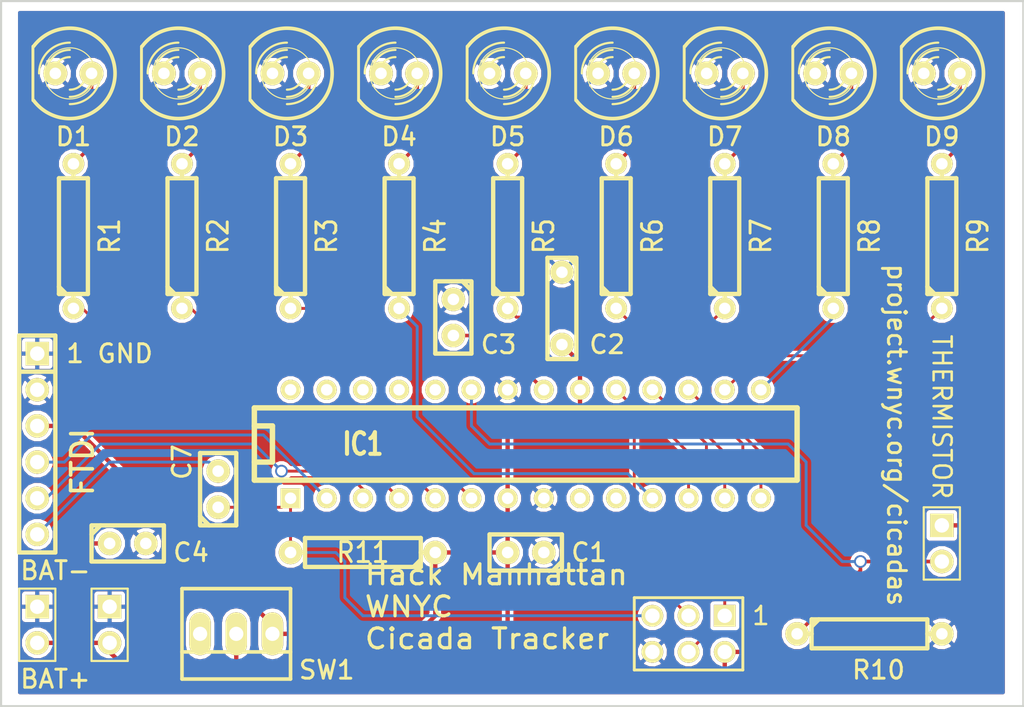
<source format=kicad_pcb>
(kicad_pcb (version 3) (host pcbnew "(2013-mar-13)-testing")
  (layers (15 F.Cu signal) (0 B.Cu signal) (18 B.Paste user) (19 F.Paste user) (20 B.SilkS user) (21 F.SilkS user) (22 B.Mask user) (23 F.Mask user) (28 Edge.Cuts user))
  (net 0 "")
  (net 1 +5V)
  (net 2 /A0)
  (net 3 /MISO)
  (net 4 /MOSI)
  (net 5 /RESET)
  (net 6 /RX)
  (net 7 /SCK)
  (net 8 /TX)
  (net 9 /\RTS)
  (net 10 GND)
  (net 11 N-0000012)
  (net 12 N-0000015)
  (net 13 N-0000016)
  (net 14 N-0000017)
  (net 15 N-0000018)
  (net 16 N-0000019)
  (net 17 N-0000020)
  (net 18 N-0000021)
  (net 19 N-0000022)
  (net 20 N-0000023)
  (net 21 N-0000024)
  (net 22 N-0000025)
  (net 23 N-0000026)
  (net 24 N-0000027)
  (net 25 N-0000028)
  (net 26 N-000003)
  (net 27 N-000004)
  (net 28 N-000005)
  (net 29 N-000006)
  (net 30 N-000007)
  (module R4 (layer F.Cu) (at 260.35 97.79)
    (fp_text reference R10 (at 0.635 2.54) (layer F.SilkS) (effects (font (size 1.27 1.27) (thickness 0.2032))))
    (fp_text value 47K hide)
    (fp_line (start -5.08 0) (end -4.064 0) (layer F.SilkS) (width 0.3048))
    (fp_line (start -4.064 0) (end -4.064 -1.016) (layer F.SilkS) (width 0.3048))
    (fp_line (start -4.064 -1.016) (end 4.064 -1.016) (layer F.SilkS) (width 0.3048))
    (fp_line (start 4.064 -1.016) (end 4.064 1.016) (layer F.SilkS) (width 0.3048))
    (fp_line (start 4.064 1.016) (end -4.064 1.016) (layer F.SilkS) (width 0.3048))
    (fp_line (start -4.064 1.016) (end -4.064 0) (layer F.SilkS) (width 0.3048))
    (fp_line (start -4.064 -0.508) (end -3.556 -1.016) (layer F.SilkS) (width 0.3048))
    (fp_line (start 5.08 0) (end 4.064 0) (layer F.SilkS) (width 0.3048))
    (pad 1 thru_hole circle (at -5.08 0) (size 1.651 1.651) (drill 0.8128) (layers *.Cu *.Mask F.SilkS) (net 2 /A0))
    (pad 2 thru_hole circle (at 5.08 0) (size 1.651 1.651) (drill 0.8128) (layers *.Cu *.Mask F.SilkS) (net 10 GND))
  )
  (module R4 (layer F.Cu) (at 250.19 69.85 90)
    (fp_text reference R7 (at 0 2.54 90) (layer F.SilkS) (effects (font (size 1.397 1.27) (thickness 0.2032))))
    (fp_text value 330R hide)
    (fp_line (start -5.08 0) (end -4.064 0) (layer F.SilkS) (width 0.3048))
    (fp_line (start -4.064 0) (end -4.064 -1.016) (layer F.SilkS) (width 0.3048))
    (fp_line (start -4.064 -1.016) (end 4.064 -1.016) (layer F.SilkS) (width 0.3048))
    (fp_line (start 4.064 -1.016) (end 4.064 1.016) (layer F.SilkS) (width 0.3048))
    (fp_line (start 4.064 1.016) (end -4.064 1.016) (layer F.SilkS) (width 0.3048))
    (fp_line (start -4.064 1.016) (end -4.064 0) (layer F.SilkS) (width 0.3048))
    (fp_line (start -4.064 -0.508) (end -3.556 -1.016) (layer F.SilkS) (width 0.3048))
    (fp_line (start 5.08 0) (end 4.064 0) (layer F.SilkS) (width 0.3048))
    (pad 1 thru_hole circle (at -5.08 0 90) (size 1.524 1.524) (drill 0.8128) (layers *.Cu *.Mask F.SilkS) (net 25 N-0000028))
    (pad 2 thru_hole circle (at 5.08 0 90) (size 1.524 1.524) (drill 0.8128) (layers *.Cu *.Mask F.SilkS) (net 24 N-0000027))
  )
  (module R4 (layer F.Cu) (at 265.43 69.85 90)
    (fp_text reference R9 (at 0 2.54 90) (layer F.SilkS) (effects (font (size 1.397 1.27) (thickness 0.2032))))
    (fp_text value 330R hide)
    (fp_line (start -5.08 0) (end -4.064 0) (layer F.SilkS) (width 0.3048))
    (fp_line (start -4.064 0) (end -4.064 -1.016) (layer F.SilkS) (width 0.3048))
    (fp_line (start -4.064 -1.016) (end 4.064 -1.016) (layer F.SilkS) (width 0.3048))
    (fp_line (start 4.064 -1.016) (end 4.064 1.016) (layer F.SilkS) (width 0.3048))
    (fp_line (start 4.064 1.016) (end -4.064 1.016) (layer F.SilkS) (width 0.3048))
    (fp_line (start -4.064 1.016) (end -4.064 0) (layer F.SilkS) (width 0.3048))
    (fp_line (start -4.064 -0.508) (end -3.556 -1.016) (layer F.SilkS) (width 0.3048))
    (fp_line (start 5.08 0) (end 4.064 0) (layer F.SilkS) (width 0.3048))
    (pad 1 thru_hole circle (at -5.08 0 90) (size 1.524 1.524) (drill 0.8128) (layers *.Cu *.Mask F.SilkS) (net 23 N-0000026))
    (pad 2 thru_hole circle (at 5.08 0 90) (size 1.524 1.524) (drill 0.8128) (layers *.Cu *.Mask F.SilkS) (net 21 N-0000024))
  )
  (module R4 (layer F.Cu) (at 204.47 69.85 90)
    (fp_text reference R1 (at 0 2.54 90) (layer F.SilkS) (effects (font (size 1.397 1.27) (thickness 0.2032))))
    (fp_text value 330R hide)
    (fp_line (start -5.08 0) (end -4.064 0) (layer F.SilkS) (width 0.3048))
    (fp_line (start -4.064 0) (end -4.064 -1.016) (layer F.SilkS) (width 0.3048))
    (fp_line (start -4.064 -1.016) (end 4.064 -1.016) (layer F.SilkS) (width 0.3048))
    (fp_line (start 4.064 -1.016) (end 4.064 1.016) (layer F.SilkS) (width 0.3048))
    (fp_line (start 4.064 1.016) (end -4.064 1.016) (layer F.SilkS) (width 0.3048))
    (fp_line (start -4.064 1.016) (end -4.064 0) (layer F.SilkS) (width 0.3048))
    (fp_line (start -4.064 -0.508) (end -3.556 -1.016) (layer F.SilkS) (width 0.3048))
    (fp_line (start 5.08 0) (end 4.064 0) (layer F.SilkS) (width 0.3048))
    (pad 1 thru_hole circle (at -5.08 0 90) (size 1.524 1.524) (drill 0.8128) (layers *.Cu *.Mask F.SilkS) (net 28 N-000005))
    (pad 2 thru_hole circle (at 5.08 0 90) (size 1.524 1.524) (drill 0.8128) (layers *.Cu *.Mask F.SilkS) (net 11 N-0000012))
  )
  (module R4 (layer F.Cu) (at 257.81 69.85 90)
    (fp_text reference R8 (at 0 2.54 90) (layer F.SilkS) (effects (font (size 1.397 1.27) (thickness 0.2032))))
    (fp_text value 330R hide)
    (fp_line (start -5.08 0) (end -4.064 0) (layer F.SilkS) (width 0.3048))
    (fp_line (start -4.064 0) (end -4.064 -1.016) (layer F.SilkS) (width 0.3048))
    (fp_line (start -4.064 -1.016) (end 4.064 -1.016) (layer F.SilkS) (width 0.3048))
    (fp_line (start 4.064 -1.016) (end 4.064 1.016) (layer F.SilkS) (width 0.3048))
    (fp_line (start 4.064 1.016) (end -4.064 1.016) (layer F.SilkS) (width 0.3048))
    (fp_line (start -4.064 1.016) (end -4.064 0) (layer F.SilkS) (width 0.3048))
    (fp_line (start -4.064 -0.508) (end -3.556 -1.016) (layer F.SilkS) (width 0.3048))
    (fp_line (start 5.08 0) (end 4.064 0) (layer F.SilkS) (width 0.3048))
    (pad 1 thru_hole circle (at -5.08 0 90) (size 1.524 1.524) (drill 0.8128) (layers *.Cu *.Mask F.SilkS) (net 22 N-0000025))
    (pad 2 thru_hole circle (at 5.08 0 90) (size 1.524 1.524) (drill 0.8128) (layers *.Cu *.Mask F.SilkS) (net 20 N-0000023))
  )
  (module R4 (layer F.Cu) (at 212.09 69.85 90)
    (fp_text reference R2 (at 0 2.54 90) (layer F.SilkS) (effects (font (size 1.397 1.27) (thickness 0.2032))))
    (fp_text value 330R hide)
    (fp_line (start -5.08 0) (end -4.064 0) (layer F.SilkS) (width 0.3048))
    (fp_line (start -4.064 0) (end -4.064 -1.016) (layer F.SilkS) (width 0.3048))
    (fp_line (start -4.064 -1.016) (end 4.064 -1.016) (layer F.SilkS) (width 0.3048))
    (fp_line (start 4.064 -1.016) (end 4.064 1.016) (layer F.SilkS) (width 0.3048))
    (fp_line (start 4.064 1.016) (end -4.064 1.016) (layer F.SilkS) (width 0.3048))
    (fp_line (start -4.064 1.016) (end -4.064 0) (layer F.SilkS) (width 0.3048))
    (fp_line (start -4.064 -0.508) (end -3.556 -1.016) (layer F.SilkS) (width 0.3048))
    (fp_line (start 5.08 0) (end 4.064 0) (layer F.SilkS) (width 0.3048))
    (pad 1 thru_hole circle (at -5.08 0 90) (size 1.524 1.524) (drill 0.8128) (layers *.Cu *.Mask F.SilkS) (net 29 N-000006))
    (pad 2 thru_hole circle (at 5.08 0 90) (size 1.524 1.524) (drill 0.8128) (layers *.Cu *.Mask F.SilkS) (net 12 N-0000015))
  )
  (module R4 (layer F.Cu) (at 242.57 69.85 90)
    (fp_text reference R6 (at 0 2.54 90) (layer F.SilkS) (effects (font (size 1.397 1.27) (thickness 0.2032))))
    (fp_text value 330R hide)
    (fp_line (start -5.08 0) (end -4.064 0) (layer F.SilkS) (width 0.3048))
    (fp_line (start -4.064 0) (end -4.064 -1.016) (layer F.SilkS) (width 0.3048))
    (fp_line (start -4.064 -1.016) (end 4.064 -1.016) (layer F.SilkS) (width 0.3048))
    (fp_line (start 4.064 -1.016) (end 4.064 1.016) (layer F.SilkS) (width 0.3048))
    (fp_line (start 4.064 1.016) (end -4.064 1.016) (layer F.SilkS) (width 0.3048))
    (fp_line (start -4.064 1.016) (end -4.064 0) (layer F.SilkS) (width 0.3048))
    (fp_line (start -4.064 -0.508) (end -3.556 -1.016) (layer F.SilkS) (width 0.3048))
    (fp_line (start 5.08 0) (end 4.064 0) (layer F.SilkS) (width 0.3048))
    (pad 1 thru_hole circle (at -5.08 0 90) (size 1.524 1.524) (drill 0.8128) (layers *.Cu *.Mask F.SilkS) (net 16 N-0000019))
    (pad 2 thru_hole circle (at 5.08 0 90) (size 1.524 1.524) (drill 0.8128) (layers *.Cu *.Mask F.SilkS) (net 19 N-0000022))
  )
  (module R4 (layer F.Cu) (at 219.71 69.85 90)
    (fp_text reference R3 (at 0 2.54 90) (layer F.SilkS) (effects (font (size 1.397 1.27) (thickness 0.2032))))
    (fp_text value 330R hide)
    (fp_line (start -5.08 0) (end -4.064 0) (layer F.SilkS) (width 0.3048))
    (fp_line (start -4.064 0) (end -4.064 -1.016) (layer F.SilkS) (width 0.3048))
    (fp_line (start -4.064 -1.016) (end 4.064 -1.016) (layer F.SilkS) (width 0.3048))
    (fp_line (start 4.064 -1.016) (end 4.064 1.016) (layer F.SilkS) (width 0.3048))
    (fp_line (start 4.064 1.016) (end -4.064 1.016) (layer F.SilkS) (width 0.3048))
    (fp_line (start -4.064 1.016) (end -4.064 0) (layer F.SilkS) (width 0.3048))
    (fp_line (start -4.064 -0.508) (end -3.556 -1.016) (layer F.SilkS) (width 0.3048))
    (fp_line (start 5.08 0) (end 4.064 0) (layer F.SilkS) (width 0.3048))
    (pad 1 thru_hole circle (at -5.08 0 90) (size 1.524 1.524) (drill 0.8128) (layers *.Cu *.Mask F.SilkS) (net 30 N-000007))
    (pad 2 thru_hole circle (at 5.08 0 90) (size 1.524 1.524) (drill 0.8128) (layers *.Cu *.Mask F.SilkS) (net 13 N-0000016))
  )
  (module R4 (layer F.Cu) (at 234.95 69.85 90)
    (fp_text reference R5 (at 0 2.54 90) (layer F.SilkS) (effects (font (size 1.397 1.27) (thickness 0.2032))))
    (fp_text value 330R hide)
    (fp_line (start -5.08 0) (end -4.064 0) (layer F.SilkS) (width 0.3048))
    (fp_line (start -4.064 0) (end -4.064 -1.016) (layer F.SilkS) (width 0.3048))
    (fp_line (start -4.064 -1.016) (end 4.064 -1.016) (layer F.SilkS) (width 0.3048))
    (fp_line (start 4.064 -1.016) (end 4.064 1.016) (layer F.SilkS) (width 0.3048))
    (fp_line (start 4.064 1.016) (end -4.064 1.016) (layer F.SilkS) (width 0.3048))
    (fp_line (start -4.064 1.016) (end -4.064 0) (layer F.SilkS) (width 0.3048))
    (fp_line (start -4.064 -0.508) (end -3.556 -1.016) (layer F.SilkS) (width 0.3048))
    (fp_line (start 5.08 0) (end 4.064 0) (layer F.SilkS) (width 0.3048))
    (pad 1 thru_hole circle (at -5.08 0 90) (size 1.524 1.524) (drill 0.8128) (layers *.Cu *.Mask F.SilkS) (net 15 N-0000018))
    (pad 2 thru_hole circle (at 5.08 0 90) (size 1.524 1.524) (drill 0.8128) (layers *.Cu *.Mask F.SilkS) (net 18 N-0000021))
  )
  (module R4 (layer F.Cu) (at 227.33 69.85 90)
    (fp_text reference R4 (at 0 2.54 90) (layer F.SilkS) (effects (font (size 1.397 1.27) (thickness 0.2032))))
    (fp_text value 330R hide)
    (fp_line (start -5.08 0) (end -4.064 0) (layer F.SilkS) (width 0.3048))
    (fp_line (start -4.064 0) (end -4.064 -1.016) (layer F.SilkS) (width 0.3048))
    (fp_line (start -4.064 -1.016) (end 4.064 -1.016) (layer F.SilkS) (width 0.3048))
    (fp_line (start 4.064 -1.016) (end 4.064 1.016) (layer F.SilkS) (width 0.3048))
    (fp_line (start 4.064 1.016) (end -4.064 1.016) (layer F.SilkS) (width 0.3048))
    (fp_line (start -4.064 1.016) (end -4.064 0) (layer F.SilkS) (width 0.3048))
    (fp_line (start -4.064 -0.508) (end -3.556 -1.016) (layer F.SilkS) (width 0.3048))
    (fp_line (start 5.08 0) (end 4.064 0) (layer F.SilkS) (width 0.3048))
    (pad 1 thru_hole circle (at -5.08 0 90) (size 1.524 1.524) (drill 0.8128) (layers *.Cu *.Mask F.SilkS) (net 14 N-0000017))
    (pad 2 thru_hole circle (at 5.08 0 90) (size 1.524 1.524) (drill 0.8128) (layers *.Cu *.Mask F.SilkS) (net 17 N-0000020))
  )
  (module pin_array_3x2 (layer F.Cu) (at 247.65 97.79 180)
    (fp_text reference P3 hide)
    (fp_text value CONN_3X2 hide)
    (fp_line (start 3.81 2.54) (end -3.81 2.54) (layer F.SilkS) (width 0.2032))
    (fp_line (start -3.81 -2.54) (end 3.81 -2.54) (layer F.SilkS) (width 0.2032))
    (fp_line (start 3.81 -2.54) (end 3.81 2.54) (layer F.SilkS) (width 0.2032))
    (fp_line (start -3.81 2.54) (end -3.81 -2.54) (layer F.SilkS) (width 0.2032))
    (pad 1 thru_hole rect (at -2.54 1.27 180) (size 1.524 1.524) (drill 1.016) (layers *.Cu *.Mask F.SilkS) (net 3 /MISO))
    (pad 2 thru_hole circle (at -2.54 -1.27 180) (size 1.524 1.524) (drill 1.016) (layers *.Cu *.Mask F.SilkS) (net 1 +5V))
    (pad 3 thru_hole circle (at 0 1.27 180) (size 1.524 1.524) (drill 1.016) (layers *.Cu *.Mask F.SilkS) (net 7 /SCK))
    (pad 4 thru_hole circle (at 0 -1.27 180) (size 1.524 1.524) (drill 1.016) (layers *.Cu *.Mask F.SilkS) (net 4 /MOSI))
    (pad 5 thru_hole circle (at 2.54 1.27 180) (size 1.524 1.524) (drill 1.016) (layers *.Cu *.Mask F.SilkS) (net 5 /RESET))
    (pad 6 thru_hole circle (at 2.54 -1.27 180) (size 1.524 1.524) (drill 1.016) (layers *.Cu *.Mask F.SilkS) (net 10 GND))
  )
  (module PIN_ARRAY_2X1 (layer F.Cu) (at 265.43 91.44 270)
    (fp_text reference P1 hide)
    (fp_text value CONN_2 hide)
    (fp_line (start -2.54 1.27) (end -2.54 -1.27) (layer F.SilkS) (width 0.1524))
    (fp_line (start -2.54 -1.27) (end 2.54 -1.27) (layer F.SilkS) (width 0.1524))
    (fp_line (start 2.54 -1.27) (end 2.54 1.27) (layer F.SilkS) (width 0.1524))
    (fp_line (start 2.54 1.27) (end -2.54 1.27) (layer F.SilkS) (width 0.1524))
    (pad 1 thru_hole rect (at -1.27 0 270) (size 1.651 1.651) (drill 1.016) (layers *.Cu *.Mask F.SilkS) (net 1 +5V))
    (pad 2 thru_hole circle (at 1.27 0 270) (size 1.651 1.651) (drill 1.016) (layers *.Cu *.Mask F.SilkS) (net 2 /A0))
  )
  (module PIN_ARRAY_2X1 (layer F.Cu) (at 201.93 97.155 270)
    (fp_text reference P2 hide)
    (fp_text value CONN_2 hide)
    (fp_line (start -2.54 1.27) (end -2.54 -1.27) (layer F.SilkS) (width 0.1524))
    (fp_line (start -2.54 -1.27) (end 2.54 -1.27) (layer F.SilkS) (width 0.1524))
    (fp_line (start 2.54 -1.27) (end 2.54 1.27) (layer F.SilkS) (width 0.1524))
    (fp_line (start 2.54 1.27) (end -2.54 1.27) (layer F.SilkS) (width 0.1524))
    (pad 1 thru_hole rect (at -1.27 0 270) (size 1.651 1.651) (drill 1.016) (layers *.Cu *.Mask F.SilkS) (net 10 GND))
    (pad 2 thru_hole circle (at 1.27 0 270) (size 1.651 1.651) (drill 1.016) (layers *.Cu *.Mask F.SilkS) (net 26 N-000003))
  )
  (module DIP-28__300 (layer F.Cu) (at 236.22 84.455)
    (fp_text reference IC1 (at -11.43 0) (layer F.SilkS) (effects (font (size 1.524 1.143) (thickness 0.3048))))
    (fp_text value ATMEGA328P-P hide)
    (fp_line (start -19.05 -2.54) (end 19.05 -2.54) (layer F.SilkS) (width 0.381))
    (fp_line (start 19.05 -2.54) (end 19.05 2.54) (layer F.SilkS) (width 0.381))
    (fp_line (start 19.05 2.54) (end -19.05 2.54) (layer F.SilkS) (width 0.381))
    (fp_line (start -19.05 2.54) (end -19.05 -2.54) (layer F.SilkS) (width 0.381))
    (fp_line (start -19.05 -1.27) (end -17.78 -1.27) (layer F.SilkS) (width 0.381))
    (fp_line (start -17.78 -1.27) (end -17.78 1.27) (layer F.SilkS) (width 0.381))
    (fp_line (start -17.78 1.27) (end -19.05 1.27) (layer F.SilkS) (width 0.381))
    (pad 2 thru_hole circle (at -13.97 3.81) (size 1.397 1.397) (drill 0.8128) (layers *.Cu *.Mask F.SilkS) (net 6 /RX))
    (pad 3 thru_hole circle (at -11.43 3.81) (size 1.397 1.397) (drill 0.8128) (layers *.Cu *.Mask F.SilkS) (net 8 /TX))
    (pad 4 thru_hole circle (at -8.89 3.81) (size 1.397 1.397) (drill 0.8128) (layers *.Cu *.Mask F.SilkS) (net 28 N-000005))
    (pad 5 thru_hole circle (at -6.35 3.81) (size 1.397 1.397) (drill 0.8128) (layers *.Cu *.Mask F.SilkS) (net 29 N-000006))
    (pad 6 thru_hole circle (at -3.81 3.81) (size 1.397 1.397) (drill 0.8128) (layers *.Cu *.Mask F.SilkS) (net 30 N-000007))
    (pad 7 thru_hole circle (at -1.27 3.81) (size 1.397 1.397) (drill 0.8128) (layers *.Cu *.Mask F.SilkS) (net 1 +5V))
    (pad 8 thru_hole circle (at 1.27 3.81) (size 1.397 1.397) (drill 0.8128) (layers *.Cu *.Mask F.SilkS) (net 10 GND))
    (pad 9 thru_hole circle (at 3.81 3.81) (size 1.397 1.397) (drill 0.8128) (layers *.Cu *.Mask F.SilkS))
    (pad 10 thru_hole circle (at 6.35 3.81) (size 1.397 1.397) (drill 0.8128) (layers *.Cu *.Mask F.SilkS))
    (pad 11 thru_hole circle (at 8.89 3.81) (size 1.397 1.397) (drill 0.8128) (layers *.Cu *.Mask F.SilkS) (net 14 N-0000017))
    (pad 12 thru_hole circle (at 11.43 3.81) (size 1.397 1.397) (drill 0.8128) (layers *.Cu *.Mask F.SilkS) (net 15 N-0000018))
    (pad 13 thru_hole circle (at 13.97 3.81) (size 1.397 1.397) (drill 0.8128) (layers *.Cu *.Mask F.SilkS) (net 16 N-0000019))
    (pad 14 thru_hole circle (at 16.51 3.81) (size 1.397 1.397) (drill 0.8128) (layers *.Cu *.Mask F.SilkS) (net 25 N-0000028))
    (pad 1 thru_hole rect (at -16.51 3.81) (size 1.397 1.397) (drill 0.8128) (layers *.Cu *.Mask F.SilkS) (net 5 /RESET))
    (pad 15 thru_hole circle (at 16.51 -3.81) (size 1.397 1.397) (drill 0.8128) (layers *.Cu *.Mask F.SilkS) (net 22 N-0000025))
    (pad 16 thru_hole circle (at 13.97 -3.81) (size 1.397 1.397) (drill 0.8128) (layers *.Cu *.Mask F.SilkS) (net 23 N-0000026))
    (pad 17 thru_hole circle (at 11.43 -3.81) (size 1.397 1.397) (drill 0.8128) (layers *.Cu *.Mask F.SilkS) (net 4 /MOSI))
    (pad 18 thru_hole circle (at 8.89 -3.81) (size 1.397 1.397) (drill 0.8128) (layers *.Cu *.Mask F.SilkS) (net 3 /MISO))
    (pad 19 thru_hole circle (at 6.35 -3.81) (size 1.397 1.397) (drill 0.8128) (layers *.Cu *.Mask F.SilkS) (net 7 /SCK))
    (pad 20 thru_hole circle (at 3.81 -3.81) (size 1.397 1.397) (drill 0.8128) (layers *.Cu *.Mask F.SilkS) (net 1 +5V))
    (pad 21 thru_hole circle (at 1.27 -3.81) (size 1.397 1.397) (drill 0.8128) (layers *.Cu *.Mask F.SilkS) (net 27 N-000004))
    (pad 22 thru_hole circle (at -1.27 -3.81) (size 1.397 1.397) (drill 0.8128) (layers *.Cu *.Mask F.SilkS) (net 10 GND))
    (pad 23 thru_hole circle (at -3.81 -3.81) (size 1.397 1.397) (drill 0.8128) (layers *.Cu *.Mask F.SilkS) (net 2 /A0))
    (pad 24 thru_hole circle (at -6.35 -3.81) (size 1.397 1.397) (drill 0.8128) (layers *.Cu *.Mask F.SilkS))
    (pad 25 thru_hole circle (at -8.89 -3.81) (size 1.397 1.397) (drill 0.8128) (layers *.Cu *.Mask F.SilkS))
    (pad 26 thru_hole circle (at -11.43 -3.81) (size 1.397 1.397) (drill 0.8128) (layers *.Cu *.Mask F.SilkS))
    (pad 27 thru_hole circle (at -13.97 -3.81) (size 1.397 1.397) (drill 0.8128) (layers *.Cu *.Mask F.SilkS))
    (pad 28 thru_hole circle (at -16.51 -3.81) (size 1.397 1.397) (drill 0.8128) (layers *.Cu *.Mask F.SilkS))
  )
  (module C1 (layer F.Cu) (at 231.14 75.565 270)
    (fp_text reference C3 (at 1.905 -3.175 360) (layer F.SilkS) (effects (font (size 1.27 1.27) (thickness 0.2032))))
    (fp_text value 0.1uF hide)
    (fp_line (start -2.4892 -1.27) (end 2.54 -1.27) (layer F.SilkS) (width 0.3048))
    (fp_line (start 2.54 -1.27) (end 2.54 1.27) (layer F.SilkS) (width 0.3048))
    (fp_line (start 2.54 1.27) (end -2.54 1.27) (layer F.SilkS) (width 0.3048))
    (fp_line (start -2.54 1.27) (end -2.54 -1.27) (layer F.SilkS) (width 0.3048))
    (fp_line (start -2.54 -0.635) (end -1.905 -1.27) (layer F.SilkS) (width 0.3048))
    (pad 1 thru_hole circle (at -1.27 0 270) (size 1.651 1.651) (drill 0.8128) (layers *.Cu *.Mask F.SilkS) (net 10 GND))
    (pad 2 thru_hole circle (at 1.27 0 270) (size 1.651 1.651) (drill 0.8128) (layers *.Cu *.Mask F.SilkS) (net 27 N-000004))
  )
  (module C1 (layer F.Cu) (at 236.22 92.075 180)
    (fp_text reference C1 (at -4.445 0 360) (layer F.SilkS) (effects (font (size 1.27 1.27) (thickness 0.2032))))
    (fp_text value 0.1uF hide)
    (fp_line (start -2.4892 -1.27) (end 2.54 -1.27) (layer F.SilkS) (width 0.3048))
    (fp_line (start 2.54 -1.27) (end 2.54 1.27) (layer F.SilkS) (width 0.3048))
    (fp_line (start 2.54 1.27) (end -2.54 1.27) (layer F.SilkS) (width 0.3048))
    (fp_line (start -2.54 1.27) (end -2.54 -1.27) (layer F.SilkS) (width 0.3048))
    (fp_line (start -2.54 -0.635) (end -1.905 -1.27) (layer F.SilkS) (width 0.3048))
    (pad 1 thru_hole circle (at -1.27 0 180) (size 1.651 1.651) (drill 0.8128) (layers *.Cu *.Mask F.SilkS) (net 10 GND))
    (pad 2 thru_hole circle (at 1.27 0 180) (size 1.651 1.651) (drill 0.8128) (layers *.Cu *.Mask F.SilkS) (net 1 +5V))
  )
  (module LED-5MM (layer F.Cu) (at 219.71 58.42 180)
    (fp_text reference D3 (at 0 -4.445 180) (layer F.SilkS) (effects (font (size 1.27 1.27) (thickness 0.2032))))
    (fp_text value LED hide)
    (fp_line (start 2.8448 1.905) (end 2.8448 -1.905) (layer F.SilkS) (width 0.2032))
    (fp_circle (center 0.254 0) (end -1.016 1.27) (layer F.SilkS) (width 0.0762))
    (fp_arc (start 0.254 0) (end 2.794 1.905) (angle 286.2) (layer F.SilkS) (width 0.254))
    (fp_arc (start 0.254 0) (end -0.889 0) (angle 90) (layer F.SilkS) (width 0.1524))
    (fp_arc (start 0.254 0) (end 1.397 0) (angle 90) (layer F.SilkS) (width 0.1524))
    (fp_arc (start 0.254 0) (end -1.397 0) (angle 90) (layer F.SilkS) (width 0.1524))
    (fp_arc (start 0.254 0) (end 1.905 0) (angle 90) (layer F.SilkS) (width 0.1524))
    (fp_arc (start 0.254 0) (end -1.905 0) (angle 90) (layer F.SilkS) (width 0.1524))
    (fp_arc (start 0.254 0) (end 2.413 0) (angle 90) (layer F.SilkS) (width 0.1524))
    (pad 1 thru_hole circle (at -1.27 0 180) (size 1.6764 1.6764) (drill 0.8128) (layers *.Cu *.Mask F.SilkS) (net 13 N-0000016))
    (pad 2 thru_hole circle (at 1.27 0 180) (size 1.6764 1.6764) (drill 0.8128) (layers *.Cu *.Mask F.SilkS) (net 10 GND))
  )
  (module LED-5MM (layer F.Cu) (at 234.95 58.42 180)
    (fp_text reference D5 (at 0 -4.445 180) (layer F.SilkS) (effects (font (size 1.27 1.27) (thickness 0.2032))))
    (fp_text value LED hide)
    (fp_line (start 2.8448 1.905) (end 2.8448 -1.905) (layer F.SilkS) (width 0.2032))
    (fp_circle (center 0.254 0) (end -1.016 1.27) (layer F.SilkS) (width 0.0762))
    (fp_arc (start 0.254 0) (end 2.794 1.905) (angle 286.2) (layer F.SilkS) (width 0.254))
    (fp_arc (start 0.254 0) (end -0.889 0) (angle 90) (layer F.SilkS) (width 0.1524))
    (fp_arc (start 0.254 0) (end 1.397 0) (angle 90) (layer F.SilkS) (width 0.1524))
    (fp_arc (start 0.254 0) (end -1.397 0) (angle 90) (layer F.SilkS) (width 0.1524))
    (fp_arc (start 0.254 0) (end 1.905 0) (angle 90) (layer F.SilkS) (width 0.1524))
    (fp_arc (start 0.254 0) (end -1.905 0) (angle 90) (layer F.SilkS) (width 0.1524))
    (fp_arc (start 0.254 0) (end 2.413 0) (angle 90) (layer F.SilkS) (width 0.1524))
    (pad 1 thru_hole circle (at -1.27 0 180) (size 1.6764 1.6764) (drill 0.8128) (layers *.Cu *.Mask F.SilkS) (net 18 N-0000021))
    (pad 2 thru_hole circle (at 1.27 0 180) (size 1.6764 1.6764) (drill 0.8128) (layers *.Cu *.Mask F.SilkS) (net 10 GND))
  )
  (module LED-5MM (layer F.Cu) (at 212.09 58.42 180)
    (fp_text reference D2 (at 0 -4.445 180) (layer F.SilkS) (effects (font (size 1.27 1.27) (thickness 0.2032))))
    (fp_text value LED hide)
    (fp_line (start 2.8448 1.905) (end 2.8448 -1.905) (layer F.SilkS) (width 0.2032))
    (fp_circle (center 0.254 0) (end -1.016 1.27) (layer F.SilkS) (width 0.0762))
    (fp_arc (start 0.254 0) (end 2.794 1.905) (angle 286.2) (layer F.SilkS) (width 0.254))
    (fp_arc (start 0.254 0) (end -0.889 0) (angle 90) (layer F.SilkS) (width 0.1524))
    (fp_arc (start 0.254 0) (end 1.397 0) (angle 90) (layer F.SilkS) (width 0.1524))
    (fp_arc (start 0.254 0) (end -1.397 0) (angle 90) (layer F.SilkS) (width 0.1524))
    (fp_arc (start 0.254 0) (end 1.905 0) (angle 90) (layer F.SilkS) (width 0.1524))
    (fp_arc (start 0.254 0) (end -1.905 0) (angle 90) (layer F.SilkS) (width 0.1524))
    (fp_arc (start 0.254 0) (end 2.413 0) (angle 90) (layer F.SilkS) (width 0.1524))
    (pad 1 thru_hole circle (at -1.27 0 180) (size 1.6764 1.6764) (drill 0.8128) (layers *.Cu *.Mask F.SilkS) (net 12 N-0000015))
    (pad 2 thru_hole circle (at 1.27 0 180) (size 1.6764 1.6764) (drill 0.8128) (layers *.Cu *.Mask F.SilkS) (net 10 GND))
  )
  (module LED-5MM (layer F.Cu) (at 242.57 58.42 180)
    (fp_text reference D6 (at 0 -4.445 180) (layer F.SilkS) (effects (font (size 1.27 1.27) (thickness 0.2032))))
    (fp_text value LED hide)
    (fp_line (start 2.8448 1.905) (end 2.8448 -1.905) (layer F.SilkS) (width 0.2032))
    (fp_circle (center 0.254 0) (end -1.016 1.27) (layer F.SilkS) (width 0.0762))
    (fp_arc (start 0.254 0) (end 2.794 1.905) (angle 286.2) (layer F.SilkS) (width 0.254))
    (fp_arc (start 0.254 0) (end -0.889 0) (angle 90) (layer F.SilkS) (width 0.1524))
    (fp_arc (start 0.254 0) (end 1.397 0) (angle 90) (layer F.SilkS) (width 0.1524))
    (fp_arc (start 0.254 0) (end -1.397 0) (angle 90) (layer F.SilkS) (width 0.1524))
    (fp_arc (start 0.254 0) (end 1.905 0) (angle 90) (layer F.SilkS) (width 0.1524))
    (fp_arc (start 0.254 0) (end -1.905 0) (angle 90) (layer F.SilkS) (width 0.1524))
    (fp_arc (start 0.254 0) (end 2.413 0) (angle 90) (layer F.SilkS) (width 0.1524))
    (pad 1 thru_hole circle (at -1.27 0 180) (size 1.6764 1.6764) (drill 0.8128) (layers *.Cu *.Mask F.SilkS) (net 19 N-0000022))
    (pad 2 thru_hole circle (at 1.27 0 180) (size 1.6764 1.6764) (drill 0.8128) (layers *.Cu *.Mask F.SilkS) (net 10 GND))
  )
  (module LED-5MM (layer F.Cu) (at 204.47 58.42 180)
    (fp_text reference D1 (at 0 -4.445 180) (layer F.SilkS) (effects (font (size 1.27 1.27) (thickness 0.2032))))
    (fp_text value LED hide)
    (fp_line (start 2.8448 1.905) (end 2.8448 -1.905) (layer F.SilkS) (width 0.2032))
    (fp_circle (center 0.254 0) (end -1.016 1.27) (layer F.SilkS) (width 0.0762))
    (fp_arc (start 0.254 0) (end 2.794 1.905) (angle 286.2) (layer F.SilkS) (width 0.254))
    (fp_arc (start 0.254 0) (end -0.889 0) (angle 90) (layer F.SilkS) (width 0.1524))
    (fp_arc (start 0.254 0) (end 1.397 0) (angle 90) (layer F.SilkS) (width 0.1524))
    (fp_arc (start 0.254 0) (end -1.397 0) (angle 90) (layer F.SilkS) (width 0.1524))
    (fp_arc (start 0.254 0) (end 1.905 0) (angle 90) (layer F.SilkS) (width 0.1524))
    (fp_arc (start 0.254 0) (end -1.905 0) (angle 90) (layer F.SilkS) (width 0.1524))
    (fp_arc (start 0.254 0) (end 2.413 0) (angle 90) (layer F.SilkS) (width 0.1524))
    (pad 1 thru_hole circle (at -1.27 0 180) (size 1.6764 1.6764) (drill 0.8128) (layers *.Cu *.Mask F.SilkS) (net 11 N-0000012))
    (pad 2 thru_hole circle (at 1.27 0 180) (size 1.6764 1.6764) (drill 0.8128) (layers *.Cu *.Mask F.SilkS) (net 10 GND))
  )
  (module LED-5MM (layer F.Cu) (at 257.81 58.42 180)
    (fp_text reference D8 (at 0 -4.445 180) (layer F.SilkS) (effects (font (size 1.27 1.27) (thickness 0.2032))))
    (fp_text value LED hide)
    (fp_line (start 2.8448 1.905) (end 2.8448 -1.905) (layer F.SilkS) (width 0.2032))
    (fp_circle (center 0.254 0) (end -1.016 1.27) (layer F.SilkS) (width 0.0762))
    (fp_arc (start 0.254 0) (end 2.794 1.905) (angle 286.2) (layer F.SilkS) (width 0.254))
    (fp_arc (start 0.254 0) (end -0.889 0) (angle 90) (layer F.SilkS) (width 0.1524))
    (fp_arc (start 0.254 0) (end 1.397 0) (angle 90) (layer F.SilkS) (width 0.1524))
    (fp_arc (start 0.254 0) (end -1.397 0) (angle 90) (layer F.SilkS) (width 0.1524))
    (fp_arc (start 0.254 0) (end 1.905 0) (angle 90) (layer F.SilkS) (width 0.1524))
    (fp_arc (start 0.254 0) (end -1.905 0) (angle 90) (layer F.SilkS) (width 0.1524))
    (fp_arc (start 0.254 0) (end 2.413 0) (angle 90) (layer F.SilkS) (width 0.1524))
    (pad 1 thru_hole circle (at -1.27 0 180) (size 1.6764 1.6764) (drill 0.8128) (layers *.Cu *.Mask F.SilkS) (net 20 N-0000023))
    (pad 2 thru_hole circle (at 1.27 0 180) (size 1.6764 1.6764) (drill 0.8128) (layers *.Cu *.Mask F.SilkS) (net 10 GND))
  )
  (module LED-5MM (layer F.Cu) (at 265.43 58.42 180)
    (fp_text reference D9 (at 0 -4.445 180) (layer F.SilkS) (effects (font (size 1.27 1.27) (thickness 0.2032))))
    (fp_text value LED hide)
    (fp_line (start 2.8448 1.905) (end 2.8448 -1.905) (layer F.SilkS) (width 0.2032))
    (fp_circle (center 0.254 0) (end -1.016 1.27) (layer F.SilkS) (width 0.0762))
    (fp_arc (start 0.254 0) (end 2.794 1.905) (angle 286.2) (layer F.SilkS) (width 0.254))
    (fp_arc (start 0.254 0) (end -0.889 0) (angle 90) (layer F.SilkS) (width 0.1524))
    (fp_arc (start 0.254 0) (end 1.397 0) (angle 90) (layer F.SilkS) (width 0.1524))
    (fp_arc (start 0.254 0) (end -1.397 0) (angle 90) (layer F.SilkS) (width 0.1524))
    (fp_arc (start 0.254 0) (end 1.905 0) (angle 90) (layer F.SilkS) (width 0.1524))
    (fp_arc (start 0.254 0) (end -1.905 0) (angle 90) (layer F.SilkS) (width 0.1524))
    (fp_arc (start 0.254 0) (end 2.413 0) (angle 90) (layer F.SilkS) (width 0.1524))
    (pad 1 thru_hole circle (at -1.27 0 180) (size 1.6764 1.6764) (drill 0.8128) (layers *.Cu *.Mask F.SilkS) (net 21 N-0000024))
    (pad 2 thru_hole circle (at 1.27 0 180) (size 1.6764 1.6764) (drill 0.8128) (layers *.Cu *.Mask F.SilkS) (net 10 GND))
  )
  (module LED-5MM (layer F.Cu) (at 227.33 58.42 180)
    (fp_text reference D4 (at 0 -4.445 180) (layer F.SilkS) (effects (font (size 1.27 1.27) (thickness 0.2032))))
    (fp_text value LED hide)
    (fp_line (start 2.8448 1.905) (end 2.8448 -1.905) (layer F.SilkS) (width 0.2032))
    (fp_circle (center 0.254 0) (end -1.016 1.27) (layer F.SilkS) (width 0.0762))
    (fp_arc (start 0.254 0) (end 2.794 1.905) (angle 286.2) (layer F.SilkS) (width 0.254))
    (fp_arc (start 0.254 0) (end -0.889 0) (angle 90) (layer F.SilkS) (width 0.1524))
    (fp_arc (start 0.254 0) (end 1.397 0) (angle 90) (layer F.SilkS) (width 0.1524))
    (fp_arc (start 0.254 0) (end -1.397 0) (angle 90) (layer F.SilkS) (width 0.1524))
    (fp_arc (start 0.254 0) (end 1.905 0) (angle 90) (layer F.SilkS) (width 0.1524))
    (fp_arc (start 0.254 0) (end -1.905 0) (angle 90) (layer F.SilkS) (width 0.1524))
    (fp_arc (start 0.254 0) (end 2.413 0) (angle 90) (layer F.SilkS) (width 0.1524))
    (pad 1 thru_hole circle (at -1.27 0 180) (size 1.6764 1.6764) (drill 0.8128) (layers *.Cu *.Mask F.SilkS) (net 17 N-0000020))
    (pad 2 thru_hole circle (at 1.27 0 180) (size 1.6764 1.6764) (drill 0.8128) (layers *.Cu *.Mask F.SilkS) (net 10 GND))
  )
  (module LED-5MM (layer F.Cu) (at 250.19 58.42 180)
    (fp_text reference D7 (at 0 -4.445 180) (layer F.SilkS) (effects (font (size 1.27 1.27) (thickness 0.2032))))
    (fp_text value LED hide)
    (fp_line (start 2.8448 1.905) (end 2.8448 -1.905) (layer F.SilkS) (width 0.2032))
    (fp_circle (center 0.254 0) (end -1.016 1.27) (layer F.SilkS) (width 0.0762))
    (fp_arc (start 0.254 0) (end 2.794 1.905) (angle 286.2) (layer F.SilkS) (width 0.254))
    (fp_arc (start 0.254 0) (end -0.889 0) (angle 90) (layer F.SilkS) (width 0.1524))
    (fp_arc (start 0.254 0) (end 1.397 0) (angle 90) (layer F.SilkS) (width 0.1524))
    (fp_arc (start 0.254 0) (end -1.397 0) (angle 90) (layer F.SilkS) (width 0.1524))
    (fp_arc (start 0.254 0) (end 1.905 0) (angle 90) (layer F.SilkS) (width 0.1524))
    (fp_arc (start 0.254 0) (end -1.905 0) (angle 90) (layer F.SilkS) (width 0.1524))
    (fp_arc (start 0.254 0) (end 2.413 0) (angle 90) (layer F.SilkS) (width 0.1524))
    (pad 1 thru_hole circle (at -1.27 0 180) (size 1.6764 1.6764) (drill 0.8128) (layers *.Cu *.Mask F.SilkS) (net 24 N-0000027))
    (pad 2 thru_hole circle (at 1.27 0 180) (size 1.6764 1.6764) (drill 0.8128) (layers *.Cu *.Mask F.SilkS) (net 10 GND))
  )
  (module R4 (layer F.Cu) (at 224.79 92.075 180)
    (fp_text reference R11 (at 0 0 180) (layer F.SilkS) (effects (font (size 1.397 1.27) (thickness 0.2032))))
    (fp_text value 10K hide)
    (fp_line (start -5.08 0) (end -4.064 0) (layer F.SilkS) (width 0.3048))
    (fp_line (start -4.064 0) (end -4.064 -1.016) (layer F.SilkS) (width 0.3048))
    (fp_line (start -4.064 -1.016) (end 4.064 -1.016) (layer F.SilkS) (width 0.3048))
    (fp_line (start 4.064 -1.016) (end 4.064 1.016) (layer F.SilkS) (width 0.3048))
    (fp_line (start 4.064 1.016) (end -4.064 1.016) (layer F.SilkS) (width 0.3048))
    (fp_line (start -4.064 1.016) (end -4.064 0) (layer F.SilkS) (width 0.3048))
    (fp_line (start -4.064 -0.508) (end -3.556 -1.016) (layer F.SilkS) (width 0.3048))
    (fp_line (start 5.08 0) (end 4.064 0) (layer F.SilkS) (width 0.3048))
    (pad 1 thru_hole circle (at -5.08 0 180) (size 1.651 1.651) (drill 0.8128) (layers *.Cu *.Mask F.SilkS) (net 1 +5V))
    (pad 2 thru_hole circle (at 5.08 0 180) (size 1.651 1.651) (drill 0.8128) (layers *.Cu *.Mask F.SilkS) (net 5 /RESET))
  )
  (module C1 (layer F.Cu) (at 214.63 87.63 90)
    (fp_text reference C7 (at 1.905 -2.54 90) (layer F.SilkS) (effects (font (size 1.27 1.27) (thickness 0.2032))))
    (fp_text value 0.1uF hide)
    (fp_line (start -2.4892 -1.27) (end 2.54 -1.27) (layer F.SilkS) (width 0.3048))
    (fp_line (start 2.54 -1.27) (end 2.54 1.27) (layer F.SilkS) (width 0.3048))
    (fp_line (start 2.54 1.27) (end -2.54 1.27) (layer F.SilkS) (width 0.3048))
    (fp_line (start -2.54 1.27) (end -2.54 -1.27) (layer F.SilkS) (width 0.3048))
    (fp_line (start -2.54 -0.635) (end -1.905 -1.27) (layer F.SilkS) (width 0.3048))
    (pad 1 thru_hole circle (at -1.27 0 90) (size 1.651 1.651) (drill 0.8128) (layers *.Cu *.Mask F.SilkS) (net 5 /RESET))
    (pad 2 thru_hole circle (at 1.27 0 90) (size 1.651 1.651) (drill 0.8128) (layers *.Cu *.Mask F.SilkS) (net 9 /\RTS))
  )
  (module PIN_ARRAY-6X1 (layer F.Cu) (at 201.93 84.455 270)
    (fp_text reference P4 hide)
    (fp_text value CONN_6 hide)
    (fp_line (start -7.62 1.27) (end -7.62 -1.27) (layer F.SilkS) (width 0.3048))
    (fp_line (start -7.62 -1.27) (end 7.62 -1.27) (layer F.SilkS) (width 0.3048))
    (fp_line (start 7.62 -1.27) (end 7.62 1.27) (layer F.SilkS) (width 0.3048))
    (fp_line (start 7.62 1.27) (end -7.62 1.27) (layer F.SilkS) (width 0.3048))
    (fp_line (start -5.08 1.27) (end -5.08 -1.27) (layer F.SilkS) (width 0.3048))
    (pad 1 thru_hole rect (at -6.35 0 270) (size 1.651 1.651) (drill 1.016) (layers *.Cu *.Mask F.SilkS) (net 10 GND))
    (pad 2 thru_hole circle (at -3.81 0 270) (size 1.651 1.651) (drill 1.016) (layers *.Cu *.Mask F.SilkS) (net 10 GND))
    (pad 3 thru_hole circle (at -1.27 0 270) (size 1.651 1.651) (drill 1.016) (layers *.Cu *.Mask F.SilkS) (net 1 +5V))
    (pad 4 thru_hole circle (at 1.27 0 270) (size 1.651 1.651) (drill 1.016) (layers *.Cu *.Mask F.SilkS) (net 6 /RX))
    (pad 5 thru_hole circle (at 3.81 0 270) (size 1.651 1.651) (drill 1.016) (layers *.Cu *.Mask F.SilkS) (net 8 /TX))
    (pad 6 thru_hole circle (at 6.35 0 270) (size 1.651 1.651) (drill 1.016) (layers *.Cu *.Mask F.SilkS) (net 9 /\RTS))
  )
  (module C2 (layer F.Cu) (at 238.76 74.93 270)
    (fp_text reference C2 (at 2.54 -3.175 360) (layer F.SilkS) (effects (font (size 1.27 1.27) (thickness 0.2032))))
    (fp_text value 0.1uF hide)
    (fp_line (start -3.556 -1.016) (end 3.556 -1.016) (layer F.SilkS) (width 0.3048))
    (fp_line (start 3.556 -1.016) (end 3.556 1.016) (layer F.SilkS) (width 0.3048))
    (fp_line (start 3.556 1.016) (end -3.556 1.016) (layer F.SilkS) (width 0.3048))
    (fp_line (start -3.556 1.016) (end -3.556 -1.016) (layer F.SilkS) (width 0.3048))
    (fp_line (start -3.556 -0.508) (end -3.048 -1.016) (layer F.SilkS) (width 0.3048))
    (pad 1 thru_hole circle (at -2.54 0 270) (size 1.651 1.651) (drill 0.8128) (layers *.Cu *.Mask F.SilkS) (net 10 GND))
    (pad 2 thru_hole circle (at 2.54 0 270) (size 1.651 1.651) (drill 0.8128) (layers *.Cu *.Mask F.SilkS) (net 1 +5V))
  )
  (module PINHEAD1-3 (layer F.Cu) (at 215.9 97.79 180)
    (fp_text reference SW1 (at -6.35 -2.54 180) (layer F.SilkS) (effects (font (size 1.27 1.27) (thickness 0.2032))))
    (fp_text value SWITCH_INV hide)
    (fp_line (start -3.81 -3.175) (end -3.81 3.175) (layer F.SilkS) (width 0.254))
    (fp_line (start 3.81 -3.175) (end 3.81 3.175) (layer F.SilkS) (width 0.254))
    (fp_line (start 3.81 -1.27) (end -3.81 -1.27) (layer F.SilkS) (width 0.254))
    (fp_line (start -3.81 -3.175) (end 3.81 -3.175) (layer F.SilkS) (width 0.254))
    (fp_line (start 3.81 3.175) (end -3.81 3.175) (layer F.SilkS) (width 0.254))
    (pad 1 thru_hole oval (at -2.54 0 180) (size 1.50622 3.01498) (drill 0.99822) (layers *.Cu *.Mask F.Paste F.SilkS) (net 1 +5V))
    (pad 2 thru_hole oval (at 0 0 180) (size 1.50622 3.01498) (drill 0.99822) (layers *.Cu *.Mask F.Paste F.SilkS) (net 26 N-000003))
    (pad 3 thru_hole oval (at 2.54 0 180) (size 1.50622 3.01498) (drill 0.99822) (layers *.Cu *.Mask F.Paste F.SilkS))
  )
  (module C1 (layer F.Cu) (at 208.28 91.44)
    (fp_text reference C4 (at 4.445 0.635 180) (layer F.SilkS) (effects (font (size 1.27 1.27) (thickness 0.2032))))
    (fp_text value 10uF hide)
    (fp_line (start -2.4892 -1.27) (end 2.54 -1.27) (layer F.SilkS) (width 0.3048))
    (fp_line (start 2.54 -1.27) (end 2.54 1.27) (layer F.SilkS) (width 0.3048))
    (fp_line (start 2.54 1.27) (end -2.54 1.27) (layer F.SilkS) (width 0.3048))
    (fp_line (start -2.54 1.27) (end -2.54 -1.27) (layer F.SilkS) (width 0.3048))
    (fp_line (start -2.54 -0.635) (end -1.905 -1.27) (layer F.SilkS) (width 0.3048))
    (pad 1 thru_hole circle (at -1.27 0) (size 1.651 1.651) (drill 0.8128) (layers *.Cu *.Mask F.SilkS) (net 26 N-000003))
    (pad 2 thru_hole circle (at 1.27 0) (size 1.651 1.651) (drill 0.8128) (layers *.Cu *.Mask F.SilkS) (net 10 GND))
  )
  (module PIN_ARRAY_2X1 (layer F.Cu) (at 207.01 97.155 270)
    (fp_text reference P5 hide)
    (fp_text value CONN_2 hide)
    (fp_line (start -2.54 1.27) (end -2.54 -1.27) (layer F.SilkS) (width 0.1524))
    (fp_line (start -2.54 -1.27) (end 2.54 -1.27) (layer F.SilkS) (width 0.1524))
    (fp_line (start 2.54 -1.27) (end 2.54 1.27) (layer F.SilkS) (width 0.1524))
    (fp_line (start 2.54 1.27) (end -2.54 1.27) (layer F.SilkS) (width 0.1524))
    (pad 1 thru_hole rect (at -1.27 0 270) (size 1.651 1.651) (drill 1.016) (layers *.Cu *.Mask F.SilkS) (net 10 GND))
    (pad 2 thru_hole circle (at 1.27 0 270) (size 1.651 1.651) (drill 1.016) (layers *.Cu *.Mask F.SilkS) (net 26 N-000003))
  )
  (gr_text project.wnyc.org/cicadas (at 262.255 83.82 270) (layer F.SilkS) (effects (font (size 1.27 1.27) (thickness 0.2032))))
  (gr_text FTDI (at 205.105 85.725 90) (layer F.SilkS) (effects (font (thickness 0.254))))
  (gr_text "1 GND" (at 207.01 78.105) (layer F.SilkS) (effects (font (size 1.27 1.27) (thickness 0.2032))))
  (gr_line (start 199.39 102.87) (end 199.39 53.34) (angle 90) (layer Edge.Cuts) (width 0.15))
  (gr_line (start 271.145 102.87) (end 199.39 102.87) (angle 90) (layer Edge.Cuts) (width 0.15))
  (gr_line (start 271.145 53.34) (end 271.145 102.87) (angle 90) (layer Edge.Cuts) (width 0.15))
  (gr_line (start 199.39 53.34) (end 271.145 53.34) (angle 90) (layer Edge.Cuts) (width 0.15))
  (gr_text "Hack Manhattan\nWNYC\nCicada Tracker" (at 224.79 95.885) (layer F.SilkS) (effects (font (size 1.397 1.524) (thickness 0.2286)) (justify left)))
  (gr_text BAT- (at 203.2 93.345) (layer F.SilkS) (effects (font (size 1.27 1.27) (thickness 0.2032))))
  (gr_text BAT+ (at 203.2 100.965) (layer F.SilkS) (effects (font (size 1.27 1.27) (thickness 0.2032))))
  (gr_text THERMISTOR (at 265.43 82.55 270) (layer F.SilkS) (effects (font (size 1.27 1.27) (thickness 0.1778))))
  (gr_text 1 (at 252.73 96.52) (layer F.SilkS) (effects (font (size 1.27 1.27) (thickness 0.1778))))
  (segment (start 218.44 97.79) (end 228.6 97.79) (width 0.3048) (layer F.Cu) (net 1))
  (segment (start 229.87 96.52) (end 229.87 92.075) (width 0.3048) (layer F.Cu) (net 1))
  (segment (start 228.6 97.79) (end 229.87 96.52) (width 0.3048) (layer F.Cu) (net 1))
  (segment (start 201.93 83.185) (end 204.47 83.185) (width 0.3048) (layer F.Cu) (net 1))
  (segment (start 218.44 97.155) (end 218.44 97.79) (width 0.3048) (layer F.Cu) (net 1))
  (segment (start 204.47 83.185) (end 218.44 97.155) (width 0.3048) (layer F.Cu) (net 1))
  (segment (start 240.03 80.645) (end 240.03 78.74) (width 0.3048) (layer F.Cu) (net 1))
  (segment (start 240.03 78.74) (end 238.76 77.47) (width 0.3048) (layer F.Cu) (net 1))
  (segment (start 250.19 99.06) (end 254 99.06) (width 0.3048) (layer F.Cu) (net 1))
  (segment (start 266.7 90.17) (end 265.43 90.17) (width 0.3048) (layer F.Cu) (net 1))
  (segment (start 267.335 90.805) (end 266.7 90.17) (width 0.3048) (layer F.Cu) (net 1))
  (segment (start 267.335 98.425) (end 267.335 90.805) (width 0.3048) (layer F.Cu) (net 1))
  (segment (start 266.065 99.695) (end 267.335 98.425) (width 0.3048) (layer F.Cu) (net 1))
  (segment (start 254.635 99.695) (end 266.065 99.695) (width 0.3048) (layer F.Cu) (net 1))
  (segment (start 254 99.06) (end 254.635 99.695) (width 0.3048) (layer F.Cu) (net 1))
  (segment (start 234.95 92.075) (end 234.95 99.695) (width 0.3048) (layer F.Cu) (net 1))
  (segment (start 250.19 100.33) (end 250.19 99.06) (width 0.3048) (layer F.Cu) (net 1))
  (segment (start 249.555 100.965) (end 250.19 100.33) (width 0.3048) (layer F.Cu) (net 1))
  (segment (start 236.22 100.965) (end 249.555 100.965) (width 0.3048) (layer F.Cu) (net 1))
  (segment (start 234.95 99.695) (end 236.22 100.965) (width 0.3048) (layer F.Cu) (net 1))
  (segment (start 229.87 92.075) (end 234.95 92.075) (width 0.3048) (layer F.Cu) (net 1))
  (segment (start 240.03 81.915) (end 240.03 80.645) (width 0.3048) (layer F.Cu) (net 1))
  (segment (start 239.395 82.55) (end 240.03 81.915) (width 0.3048) (layer F.Cu) (net 1))
  (segment (start 235.585 82.55) (end 239.395 82.55) (width 0.3048) (layer F.Cu) (net 1))
  (segment (start 234.95 83.185) (end 235.585 82.55) (width 0.3048) (layer F.Cu) (net 1))
  (segment (start 234.95 88.265) (end 234.95 83.185) (width 0.3048) (layer F.Cu) (net 1))
  (segment (start 234.95 88.265) (end 234.95 92.075) (width 0.3048) (layer F.Cu) (net 1))
  (via (at 259.715 92.71) (size 0.889) (layers F.Cu B.Cu) (net 2))
  (segment (start 232.41 83.185) (end 232.41 80.645) (width 0.2032) (layer B.Cu) (net 2))
  (segment (start 233.68 84.455) (end 232.41 83.185) (width 0.2032) (layer B.Cu) (net 2))
  (segment (start 254.635 84.455) (end 233.68 84.455) (width 0.2032) (layer B.Cu) (net 2))
  (segment (start 255.905 85.725) (end 254.635 84.455) (width 0.2032) (layer B.Cu) (net 2))
  (segment (start 255.905 90.17) (end 255.905 85.725) (width 0.2032) (layer B.Cu) (net 2))
  (segment (start 258.445 92.71) (end 255.905 90.17) (width 0.2032) (layer B.Cu) (net 2))
  (segment (start 259.715 92.71) (end 258.445 92.71) (width 0.2032) (layer B.Cu) (net 2))
  (segment (start 259.715 93.345) (end 255.27 97.79) (width 0.254) (layer F.Cu) (net 2))
  (segment (start 259.715 92.71) (end 259.715 93.345) (width 0.254) (layer F.Cu) (net 2))
  (segment (start 265.43 92.71) (end 259.715 92.71) (width 0.254) (layer F.Cu) (net 2))
  (segment (start 250.19 96.52) (end 250.19 95.4529) (width 0.2032) (layer F.Cu) (net 3))
  (segment (start 248.9039 94.1668) (end 250.19 95.4529) (width 0.2032) (layer F.Cu) (net 3))
  (segment (start 248.9039 84.4389) (end 248.9039 94.1668) (width 0.2032) (layer F.Cu) (net 3))
  (segment (start 245.11 80.645) (end 248.9039 84.4389) (width 0.2032) (layer F.Cu) (net 3))
  (segment (start 247.65 99.06) (end 248.92 97.79) (width 0.2032) (layer F.Cu) (net 4))
  (segment (start 251.46 84.455) (end 247.65 80.645) (width 0.2032) (layer F.Cu) (net 4))
  (segment (start 251.46 89.535) (end 251.46 84.455) (width 0.2032) (layer F.Cu) (net 4))
  (segment (start 252.095 90.17) (end 251.46 89.535) (width 0.2032) (layer F.Cu) (net 4))
  (segment (start 252.095 97.155) (end 252.095 90.17) (width 0.2032) (layer F.Cu) (net 4))
  (segment (start 251.46 97.79) (end 252.095 97.155) (width 0.2032) (layer F.Cu) (net 4))
  (segment (start 248.92 97.79) (end 251.46 97.79) (width 0.2032) (layer F.Cu) (net 4))
  (segment (start 245.11 96.52) (end 224.79 96.52) (width 0.2032) (layer B.Cu) (net 5))
  (segment (start 222.885 92.075) (end 219.71 92.075) (width 0.2032) (layer B.Cu) (net 5))
  (segment (start 223.52 92.71) (end 222.885 92.075) (width 0.2032) (layer B.Cu) (net 5))
  (segment (start 223.52 95.25) (end 223.52 92.71) (width 0.2032) (layer B.Cu) (net 5))
  (segment (start 224.79 96.52) (end 223.52 95.25) (width 0.2032) (layer B.Cu) (net 5))
  (segment (start 219.71 88.265) (end 219.71 92.075) (width 0.2032) (layer F.Cu) (net 5))
  (segment (start 214.63 88.9) (end 219.075 88.9) (width 0.2032) (layer F.Cu) (net 5))
  (segment (start 219.075 88.9) (end 219.71 88.265) (width 0.2032) (layer F.Cu) (net 5))
  (segment (start 201.93 85.725) (end 203.835 85.725) (width 0.2032) (layer B.Cu) (net 6))
  (segment (start 203.835 85.725) (end 205.74 83.82) (width 0.2032) (layer B.Cu) (net 6))
  (segment (start 217.805 83.82) (end 222.25 88.265) (width 0.2032) (layer B.Cu) (net 6))
  (segment (start 205.74 83.82) (end 217.805 83.82) (width 0.2032) (layer B.Cu) (net 6))
  (segment (start 243.8401 92.7101) (end 247.65 96.52) (width 0.2032) (layer F.Cu) (net 7))
  (segment (start 243.8401 81.9151) (end 243.8401 92.7101) (width 0.2032) (layer F.Cu) (net 7))
  (segment (start 242.57 80.645) (end 243.8401 81.9151) (width 0.2032) (layer F.Cu) (net 7))
  (segment (start 224.79 87.63) (end 224.79 88.265) (width 0.2032) (layer F.Cu) (net 8))
  (segment (start 223.52 86.36) (end 224.79 87.63) (width 0.2032) (layer F.Cu) (net 8))
  (segment (start 219.075 86.36) (end 223.52 86.36) (width 0.2032) (layer F.Cu) (net 8))
  (via (at 219.075 86.36) (size 0.889) (layers F.Cu B.Cu) (net 8))
  (segment (start 217.17 84.455) (end 219.075 86.36) (width 0.2032) (layer B.Cu) (net 8))
  (segment (start 206.375 84.455) (end 217.17 84.455) (width 0.2032) (layer B.Cu) (net 8))
  (segment (start 201.93 88.265) (end 202.565 88.265) (width 0.2032) (layer B.Cu) (net 8))
  (segment (start 202.565 88.265) (end 206.375 84.455) (width 0.2032) (layer B.Cu) (net 8))
  (segment (start 213.995 85.725) (end 214.63 86.36) (width 0.2032) (layer B.Cu) (net 9))
  (segment (start 201.93 90.805) (end 207.01 85.725) (width 0.2032) (layer B.Cu) (net 9))
  (segment (start 207.01 85.725) (end 213.995 85.725) (width 0.2032) (layer B.Cu) (net 9))
  (segment (start 205.74 63.5) (end 204.47 64.77) (width 0.254) (layer F.Cu) (net 11))
  (segment (start 205.74 58.42) (end 205.74 63.5) (width 0.254) (layer F.Cu) (net 11))
  (segment (start 213.36 63.5) (end 212.09 64.77) (width 0.254) (layer F.Cu) (net 12))
  (segment (start 213.36 58.42) (end 213.36 63.5) (width 0.254) (layer F.Cu) (net 12))
  (segment (start 220.98 63.5) (end 219.71 64.77) (width 0.254) (layer F.Cu) (net 13))
  (segment (start 220.98 58.42) (end 220.98 63.5) (width 0.254) (layer F.Cu) (net 13))
  (segment (start 234.315 86.537) (end 232.587 86.537) (width 0.2032) (layer B.Cu) (net 14))
  (segment (start 228.6 82.55) (end 228.6 80.645) (width 0.2032) (layer B.Cu) (net 14))
  (segment (start 232.587 86.537) (end 228.6 82.55) (width 0.2032) (layer B.Cu) (net 14))
  (segment (start 228.6 76.2) (end 227.33 74.93) (width 0.2032) (layer B.Cu) (net 14))
  (segment (start 228.6 80.645) (end 228.6 76.2) (width 0.2032) (layer B.Cu) (net 14))
  (segment (start 228.6 80.8265) (end 228.6 80.645) (width 0.2032) (layer B.Cu) (net 14))
  (segment (start 243.382 86.537) (end 234.315 86.537) (width 0.2032) (layer B.Cu) (net 14))
  (segment (start 234.315 86.537) (end 234.3105 86.537) (width 0.2032) (layer B.Cu) (net 14))
  (segment (start 245.11 88.265) (end 243.382 86.537) (width 0.2032) (layer B.Cu) (net 14))
  (segment (start 235.5596 75.5396) (end 234.95 74.93) (width 0.2032) (layer F.Cu) (net 15))
  (segment (start 239.0395 75.5396) (end 235.5596 75.5396) (width 0.2032) (layer F.Cu) (net 15))
  (segment (start 243.84 80.3401) (end 239.0395 75.5396) (width 0.2032) (layer F.Cu) (net 15))
  (segment (start 243.84 81.2706) (end 243.84 80.3401) (width 0.2032) (layer F.Cu) (net 15))
  (segment (start 247.65 85.0806) (end 243.84 81.2706) (width 0.2032) (layer F.Cu) (net 15))
  (segment (start 247.65 88.265) (end 247.65 85.0806) (width 0.2032) (layer F.Cu) (net 15))
  (segment (start 246.38 78.74) (end 242.57 74.93) (width 0.2032) (layer F.Cu) (net 16))
  (segment (start 246.38 81.2705) (end 246.38 78.74) (width 0.2032) (layer F.Cu) (net 16))
  (segment (start 250.19 85.0805) (end 246.38 81.2705) (width 0.2032) (layer F.Cu) (net 16))
  (segment (start 250.19 88.265) (end 250.19 85.0805) (width 0.2032) (layer F.Cu) (net 16))
  (segment (start 228.6 63.5) (end 227.33 64.77) (width 0.254) (layer F.Cu) (net 17))
  (segment (start 228.6 58.42) (end 228.6 63.5) (width 0.254) (layer F.Cu) (net 17))
  (segment (start 236.22 63.5) (end 234.95 64.77) (width 0.254) (layer F.Cu) (net 18))
  (segment (start 236.22 58.42) (end 236.22 63.5) (width 0.254) (layer F.Cu) (net 18))
  (segment (start 243.84 63.5) (end 242.57 64.77) (width 0.254) (layer F.Cu) (net 19))
  (segment (start 243.84 58.42) (end 243.84 63.5) (width 0.254) (layer F.Cu) (net 19))
  (segment (start 259.08 63.5) (end 257.81 64.77) (width 0.254) (layer F.Cu) (net 20))
  (segment (start 259.08 58.42) (end 259.08 63.5) (width 0.254) (layer F.Cu) (net 20))
  (segment (start 266.7 63.5) (end 265.43 64.77) (width 0.254) (layer F.Cu) (net 21))
  (segment (start 266.7 58.42) (end 266.7 63.5) (width 0.254) (layer F.Cu) (net 21))
  (segment (start 257.81 75.565) (end 257.81 74.93) (width 0.2032) (layer B.Cu) (net 22))
  (segment (start 252.73 80.645) (end 257.81 75.565) (width 0.2032) (layer B.Cu) (net 22))
  (segment (start 262.1036 78.2564) (end 265.43 74.93) (width 0.2032) (layer F.Cu) (net 23))
  (segment (start 252.5786 78.2564) (end 262.1036 78.2564) (width 0.2032) (layer F.Cu) (net 23))
  (segment (start 250.19 80.645) (end 252.5786 78.2564) (width 0.2032) (layer F.Cu) (net 23))
  (segment (start 251.46 63.5) (end 250.19 64.77) (width 0.254) (layer F.Cu) (net 24))
  (segment (start 251.46 58.42) (end 251.46 63.5) (width 0.254) (layer F.Cu) (net 24))
  (segment (start 249.1581 75.9619) (end 250.19 74.93) (width 0.2032) (layer F.Cu) (net 25))
  (segment (start 249.1581 81.5086) (end 249.1581 75.9619) (width 0.2032) (layer F.Cu) (net 25))
  (segment (start 252.73 85.0805) (end 249.1581 81.5086) (width 0.2032) (layer F.Cu) (net 25))
  (segment (start 252.73 88.265) (end 252.73 85.0805) (width 0.2032) (layer F.Cu) (net 25))
  (segment (start 204.47 98.425) (end 204.47 92.71) (width 0.3048) (layer F.Cu) (net 26))
  (segment (start 205.74 91.44) (end 207.01 91.44) (width 0.3048) (layer F.Cu) (net 26))
  (segment (start 204.47 92.71) (end 205.74 91.44) (width 0.3048) (layer F.Cu) (net 26))
  (segment (start 207.01 98.425) (end 207.01 99.06) (width 0.3048) (layer F.Cu) (net 26))
  (segment (start 215.9 99.695) (end 215.9 97.79) (width 0.3048) (layer F.Cu) (net 26))
  (segment (start 214.63 100.965) (end 215.9 99.695) (width 0.3048) (layer F.Cu) (net 26))
  (segment (start 208.915 100.965) (end 214.63 100.965) (width 0.3048) (layer F.Cu) (net 26))
  (segment (start 207.01 99.06) (end 208.915 100.965) (width 0.3048) (layer F.Cu) (net 26))
  (segment (start 201.93 98.425) (end 204.47 98.425) (width 0.3048) (layer F.Cu) (net 26))
  (segment (start 204.47 98.425) (end 207.01 98.425) (width 0.3048) (layer F.Cu) (net 26))
  (segment (start 233.68 76.835) (end 237.49 80.645) (width 0.254) (layer F.Cu) (net 27))
  (segment (start 231.14 76.835) (end 233.68 76.835) (width 0.254) (layer F.Cu) (net 27))
  (segment (start 204.47 74.93) (end 205.105 74.93) (width 0.2032) (layer F.Cu) (net 28))
  (segment (start 221.615 82.55) (end 227.33 88.265) (width 0.2032) (layer F.Cu) (net 28))
  (segment (start 218.44 82.55) (end 221.615 82.55) (width 0.2032) (layer F.Cu) (net 28))
  (segment (start 213.995 78.105) (end 218.44 82.55) (width 0.2032) (layer F.Cu) (net 28))
  (segment (start 208.28 78.105) (end 213.995 78.105) (width 0.2032) (layer F.Cu) (net 28))
  (segment (start 205.105 74.93) (end 208.28 78.105) (width 0.2032) (layer F.Cu) (net 28))
  (segment (start 212.09 74.93) (end 212.725 74.93) (width 0.2032) (layer F.Cu) (net 29))
  (segment (start 223.52 81.915) (end 229.87 88.265) (width 0.2032) (layer F.Cu) (net 29))
  (segment (start 223.52 79.375) (end 223.52 81.915) (width 0.2032) (layer F.Cu) (net 29))
  (segment (start 222.25 78.105) (end 223.52 79.375) (width 0.2032) (layer F.Cu) (net 29))
  (segment (start 215.9 78.105) (end 222.25 78.105) (width 0.2032) (layer F.Cu) (net 29))
  (segment (start 212.725 74.93) (end 215.9 78.105) (width 0.2032) (layer F.Cu) (net 29))
  (segment (start 219.71 74.93) (end 221.615 74.93) (width 0.2032) (layer F.Cu) (net 30))
  (segment (start 226.06 81.915) (end 232.41 88.265) (width 0.2032) (layer F.Cu) (net 30))
  (segment (start 226.06 79.375) (end 226.06 81.915) (width 0.2032) (layer F.Cu) (net 30))
  (segment (start 221.615 74.93) (end 226.06 79.375) (width 0.2032) (layer F.Cu) (net 30))
  (zone (net 10) (net_name GND) (layer F.Cu) (connect_pads (clearance 0.254)) (min_thickness 0.254) (fill (arc_segments 16) (thermal_gap 0.254) (thermal_bridge_width 0.2794))
    (polygon (pts (xy 200.58 54.035) (xy 269.85 54.035) (xy 269.85 102.035) (xy 200.58 102.035)))
  )
  (zone (net 10) (net_name GND) (layer B.Cu) (connect_pads (clearance 0.254)) (min_thickness 0.254) (fill (arc_segments 16) (thermal_gap 0.254) (thermal_bridge_width 0.2794))
    (polygon (pts (xy 200.58 54.035) (xy 269.85 54.035) (xy 269.85 102.035) (xy 200.58 102.035)))
  )
)
</source>
